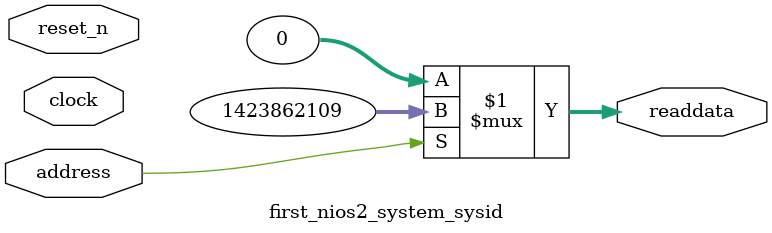
<source format=v>

`timescale 1ns / 1ps
// synthesis translate_on

// turn off superfluous verilog processor warnings 
// altera message_level Level1 
// altera message_off 10034 10035 10036 10037 10230 10240 10030 

module first_nios2_system_sysid (
               // inputs:
                address,
                clock,
                reset_n,

               // outputs:
                readdata
             )
;

  output  [ 31: 0] readdata;
  input            address;
  input            clock;
  input            reset_n;

  wire    [ 31: 0] readdata;
  //control_slave, which is an e_avalon_slave
  assign readdata = address ? 1423862109 : 0;

endmodule




</source>
